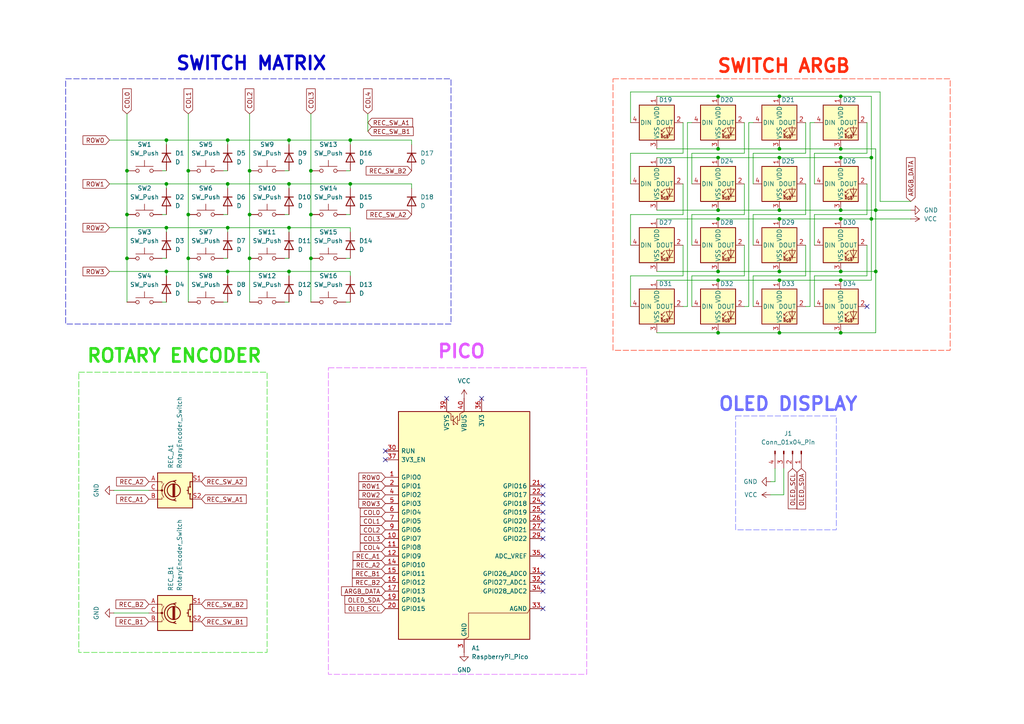
<source format=kicad_sch>
(kicad_sch (version 20250114) (generator "eeschema") (generator_version "9.0")
  (paper "A4")
  (lib_symbols
    (symbol "Connector:Conn_01x04_Pin" (pin_names (offset 1.016) (hide yes))
      (property "Reference" "J" (at 0 5.08 0))
      (property "Value" "Conn_01x04_Pin" (at 0 -7.62 0))
      (symbol "Conn_01x04_Pin_1_1"
        (rectangle (start 0.8636 2.667) (end 0 2.413) (stroke (width 0.1524)) (fill (type outline)))
        (rectangle (start 0.8636 0.127) (end 0 -0.127) (stroke (width 0.1524)) (fill (type outline)))
        (rectangle (start 0.8636 -2.413) (end 0 -2.667) (stroke (width 0.1524)) (fill (type outline)))
        (rectangle (start 0.8636 -4.953) (end 0 -5.207) (stroke (width 0.1524)) (fill (type outline)))
        (polyline (pts (xy 1.27 2.54) (xy 0.8636 2.54)) (stroke (width 0.1524)))
        (polyline (pts (xy 1.27 0) (xy 0.8636 0)) (stroke (width 0.1524)))
        (polyline (pts (xy 1.27 -2.54) (xy 0.8636 -2.54)) (stroke (width 0.1524)))
        (polyline (pts (xy 1.27 -5.08) (xy 0.8636 -5.08)) (stroke (width 0.1524)))
        (pin passive line (at 5.08 2.54 180) (length 3.81) (name "Pin_1") (number "1"))
        (pin passive line (at 5.08 0 180) (length 3.81) (name "Pin_2") (number "2"))
        (pin passive line (at 5.08 -2.54 180) (length 3.81) (name "Pin_3") (number "3"))
        (pin passive line (at 5.08 -5.08 180) (length 3.81) (name "Pin_4") (number "4"))
      )
    )
    (symbol "Device:D" (pin_numbers (hide yes)) (pin_names (offset 1.016) (hide yes))
      (property "Reference" "D" (at 0 2.54 0))
      (property "Value" "D" (at 0 -2.54 0))
      (symbol "D_0_1"
        (polyline (pts (xy -1.27 1.27) (xy -1.27 -1.27)) (stroke (width 0.254)))
        (polyline (pts (xy 1.27 1.27) (xy 1.27 -1.27) (xy -1.27 0) (xy 1.27 1.27)) (stroke (width 0.254)))
        (polyline (pts (xy 1.27 0) (xy -1.27 0)))
      )
      (symbol "D_1_1"
        (pin passive line (at -3.81 0 0) (length 2.54) (name "K") (number "1"))
        (pin passive line (at 3.81 0 180) (length 2.54) (name "A") (number "2"))
      )
    )
    (symbol "Device:RotaryEncoder_Switch" (pin_names (offset 0.254) (hide yes))
      (property "Reference" "SW" (at 0 6.604 0))
      (property "Value" "RotaryEncoder_Switch" (at 0 -6.604 0))
      (symbol "RotaryEncoder_Switch_0_1"
        (rectangle (start -5.08 5.08) (end 5.08 -5.08) (stroke (width 0.254)) (fill (type background)))
        (polyline (pts (xy -5.08 2.54) (xy -3.81 2.54) (xy -3.81 2.032)))
        (polyline (pts (xy -5.08 0) (xy -3.81 0) (xy -3.81 -1.016) (xy -3.302 -2.032)))
        (polyline (pts (xy -5.08 -2.54) (xy -3.81 -2.54) (xy -3.81 -2.032)))
        (polyline (pts (xy -4.318 0) (xy -3.81 0) (xy -3.81 1.016) (xy -3.302 2.032)))
        (circle (center -3.81 0) (radius 0.254) (fill (type outline)))
        (polyline (pts (xy -0.635 -1.778) (xy -0.635 1.778)) (stroke (width 0.254)))
        (circle (center -0.381 0) (radius 1.905) (stroke (width 0.254)))
        (polyline (pts (xy -0.381 -1.778) (xy -0.381 1.778)) (stroke (width 0.254)))
        (arc (start -0.381 -2.794) (mid -3.0988 -0.0635) (end -0.381 2.667) (stroke (width 0.254)))
        (polyline (pts (xy -0.127 1.778) (xy -0.127 -1.778)) (stroke (width 0.254)))
        (polyline (pts (xy 0.254 2.921) (xy -0.508 2.667) (xy 0.127 2.286)) (stroke (width 0.254)))
        (polyline (pts (xy 0.254 -3.048) (xy -0.508 -2.794) (xy 0.127 -2.413)) (stroke (width 0.254)))
        (polyline (pts (xy 3.81 1.016) (xy 3.81 -1.016)) (stroke (width 0.254)))
        (polyline (pts (xy 3.81 0) (xy 3.429 0)) (stroke (width 0.254)))
        (circle (center 4.318 1.016) (radius 0.127) (stroke (width 0.254)))
        (circle (center 4.318 -1.016) (radius 0.127) (stroke (width 0.254)))
        (polyline (pts (xy 5.08 2.54) (xy 4.318 2.54) (xy 4.318 1.016)) (stroke (width 0.254)))
        (polyline (pts (xy 5.08 -2.54) (xy 4.318 -2.54) (xy 4.318 -1.016)) (stroke (width 0.254)))
      )
      (symbol "RotaryEncoder_Switch_1_1"
        (pin passive line (at -7.62 2.54 0) (length 2.54) (name "A") (number "A"))
        (pin passive line (at -7.62 0 0) (length 2.54) (name "C") (number "C"))
        (pin passive line (at -7.62 -2.54 0) (length 2.54) (name "B") (number "B"))
        (pin passive line (at 7.62 2.54 180) (length 2.54) (name "S1") (number "S1"))
        (pin passive line (at 7.62 -2.54 180) (length 2.54) (name "S2") (number "S2"))
      )
    )
    (symbol "MCU_Module:RaspberryPi_Pico" (pin_names (offset 0.762))
      (property "Reference" "A" (at -19.05 35.56 0))
      (property "Value" "RaspberryPi_Pico" (at 7.62 35.56 0))
      (symbol "RaspberryPi_Pico_0_1"
        (rectangle (start -19.05 34.29) (end 19.05 -31.75) (stroke (width 0.254)) (fill (type background)))
        (polyline (pts (xy -5.08 34.29) (xy -3.81 33.655) (xy -3.81 31.75) (xy -3.175 31.75)))
        (polyline (pts (xy -3.429 32.766) (xy -3.429 33.02) (xy -3.175 33.02) (xy -3.175 30.48) (xy -2.921 30.48) (xy -2.921 30.734)))
        (polyline (pts (xy -3.175 31.75) (xy -1.905 33.02) (xy -1.905 30.48) (xy -3.175 31.75)))
        (polyline (pts (xy 0 34.29) (xy -1.27 33.655) (xy -1.27 31.75) (xy -1.905 31.75)))
        (polyline (pts (xy 0 -31.75) (xy 1.27 -31.115) (xy 1.27 -24.13) (xy 18.415 -24.13) (xy 19.05 -22.86)))
      )
      (symbol "RaspberryPi_Pico_1_1"
        (pin passive line (at -22.86 22.86 0) (length 3.81) (name "RUN") (number "30"))
        (pin passive line (at -22.86 20.32 0) (length 3.81) (name "3V3_EN") (number "37"))
        (pin bidirectional line (at -22.86 15.24 0) (length 3.81) (name "GPIO0") (number "1"))
        (pin bidirectional line (at -22.86 12.7 0) (length 3.81) (name "GPIO1") (number "2"))
        (pin bidirectional line (at -22.86 10.16 0) (length 3.81) (name "GPIO2") (number "4"))
        (pin bidirectional line (at -22.86 7.62 0) (length 3.81) (name "GPIO3") (number "5"))
        (pin bidirectional line (at -22.86 5.08 0) (length 3.81) (name "GPIO4") (number "6"))
        (pin bidirectional line (at -22.86 2.54 0) (length 3.81) (name "GPIO5") (number "7"))
        (pin bidirectional line (at -22.86 0 0) (length 3.81) (name "GPIO6") (number "9"))
        (pin bidirectional line (at -22.86 -2.54 0) (length 3.81) (name "GPIO7") (number "10"))
        (pin bidirectional line (at -22.86 -5.08 0) (length 3.81) (name "GPIO8") (number "11"))
        (pin bidirectional line (at -22.86 -7.62 0) (length 3.81) (name "GPIO9") (number "12"))
        (pin bidirectional line (at -22.86 -10.16 0) (length 3.81) (name "GPIO10") (number "14"))
        (pin bidirectional line (at -22.86 -12.7 0) (length 3.81) (name "GPIO11") (number "15"))
        (pin bidirectional line (at -22.86 -15.24 0) (length 3.81) (name "GPIO12") (number "16"))
        (pin bidirectional line (at -22.86 -17.78 0) (length 3.81) (name "GPIO13") (number "17"))
        (pin bidirectional line (at -22.86 -20.32 0) (length 3.81) (name "GPIO14") (number "19"))
        (pin bidirectional line (at -22.86 -22.86 0) (length 3.81) (name "GPIO15") (number "20"))
        (pin power_in line (at -5.08 38.1 270) (length 3.81) (name "VSYS") (number "39"))
        (pin power_out line (at 0 38.1 270) (length 3.81) (name "VBUS") (number "40"))
        (pin passive line (at 0 -35.56 90) (length 3.81) (hide yes) (name "GND") (number "13"))
        (pin passive line (at 0 -35.56 90) (length 3.81) (hide yes) (name "GND") (number "18"))
        (pin passive line (at 0 -35.56 90) (length 3.81) (hide yes) (name "GND") (number "23"))
        (pin passive line (at 0 -35.56 90) (length 3.81) (hide yes) (name "GND") (number "28"))
        (pin power_out line (at 0 -35.56 90) (length 3.81) (name "GND") (number "3"))
        (pin passive line (at 0 -35.56 90) (length 3.81) (hide yes) (name "GND") (number "38"))
        (pin passive line (at 0 -35.56 90) (length 3.81) (hide yes) (name "GND") (number "8"))
        (pin power_out line (at 5.08 38.1 270) (length 3.81) (name "3V3") (number "36"))
        (pin bidirectional line (at 22.86 12.7 180) (length 3.81) (name "GPIO16") (number "21"))
        (pin bidirectional line (at 22.86 10.16 180) (length 3.81) (name "GPIO17") (number "22"))
        (pin bidirectional line (at 22.86 7.62 180) (length 3.81) (name "GPIO18") (number "24"))
        (pin bidirectional line (at 22.86 5.08 180) (length 3.81) (name "GPIO19") (number "25"))
        (pin bidirectional line (at 22.86 2.54 180) (length 3.81) (name "GPIO20") (number "26"))
        (pin bidirectional line (at 22.86 0 180) (length 3.81) (name "GPIO21") (number "27"))
        (pin bidirectional line (at 22.86 -2.54 180) (length 3.81) (name "GPIO22") (number "29"))
        (pin power_in line (at 22.86 -7.62 180) (length 3.81) (name "ADC_VREF") (number "35"))
        (pin bidirectional line (at 22.86 -12.7 180) (length 3.81) (name "GPIO26_ADC0") (number "31"))
        (pin bidirectional line (at 22.86 -15.24 180) (length 3.81) (name "GPIO27_ADC1") (number "32"))
        (pin bidirectional line (at 22.86 -17.78 180) (length 3.81) (name "GPIO28_ADC2") (number "34"))
        (pin power_out line (at 22.86 -22.86 180) (length 3.81) (name "AGND") (number "33"))
      )
    )
    (symbol "SK6812MINI-E:SK6812MINI-E" (pin_names (offset 0.254))
      (property "Reference" "D" (at -3.556 5.842 0))
      (property "Value" "SK6812MINI-E" (at 1.27 -5.715 0))
      (symbol "SK6812MINI-E_0_0"
        (text "RGB" (at 2.286 -4.191 0) (effects (font (size 0.762 0.762))))
      )
      (symbol "SK6812MINI-E_0_1"
        (rectangle (start -5.08 5.08) (end 5.08 -5.08) (stroke (width 0.254)) (fill (type background)))
        (polyline (pts (xy 1.27 -2.54) (xy 1.778 -2.54)))
        (polyline (pts (xy 1.27 -3.556) (xy 1.778 -3.556)))
        (polyline (pts (xy 2.286 -1.524) (xy 1.27 -2.54) (xy 1.27 -2.032)))
        (polyline (pts (xy 2.286 -2.54) (xy 1.27 -3.556) (xy 1.27 -3.048)))
        (polyline (pts (xy 3.683 -1.016) (xy 3.683 -3.556) (xy 3.683 -4.064)))
        (polyline (pts (xy 4.699 -1.524) (xy 2.667 -1.524) (xy 3.683 -3.556) (xy 4.699 -1.524)))
        (polyline (pts (xy 4.699 -3.556) (xy 2.667 -3.556)))
      )
      (symbol "SK6812MINI-E_1_1"
        (pin input line (at -7.62 0 0) (length 2.54) (name "DIN") (number "4"))
        (pin power_in line (at 0 7.62 270) (length 2.54) (name "VDD") (number "1"))
        (pin power_in line (at 0 -7.62 90) (length 2.54) (name "VSS") (number "3"))
        (pin output line (at 7.62 0 180) (length 2.54) (name "DOUT") (number "2"))
      )
    )
    (symbol "Switch:SW_Push" (pin_numbers (hide yes)) (pin_names (offset 1.016) (hide yes))
      (property "Reference" "SW" (at 1.27 2.54 0))
      (property "Value" "SW_Push" (at 0 -1.524 0))
      (symbol "SW_Push_0_1"
        (circle (center -2.032 0) (radius 0.508))
        (polyline (pts (xy 0 1.27) (xy 0 3.048)))
        (circle (center 2.032 0) (radius 0.508))
        (polyline (pts (xy 2.54 1.27) (xy -2.54 1.27)))
        (pin passive line (at -5.08 0 0) (length 2.54) (name "1") (number "1"))
        (pin passive line (at 5.08 0 180) (length 2.54) (name "2") (number "2"))
      )
    )
    (symbol "power:GND" (power) (pin_numbers (hide yes)) (pin_names (offset 0) (hide yes))
      (property "Value" "GND" (at 0 -3.81 0))
      (symbol "GND_0_1"
        (polyline (pts (xy 0 0) (xy 0 -1.27) (xy 1.27 -1.27) (xy 0 -2.54) (xy -1.27 -1.27) (xy 0 -1.27)))
      )
      (symbol "GND_1_1"
        (pin power_in line (at 0 0 270) (length 0) (name "~") (number "1"))
      )
    )
    (symbol "power:VCC" (power) (pin_numbers (hide yes)) (pin_names (offset 0) (hide yes))
      (property "Value" "VCC" (at 0 3.556 0))
      (symbol "VCC_0_1"
        (polyline (pts (xy -0.762 1.27) (xy 0 2.54)))
        (polyline (pts (xy 0 2.54) (xy 0.762 1.27)))
        (polyline (pts (xy 0 0) (xy 0 2.54)))
      )
      (symbol "VCC_1_1"
        (pin power_in line (at 0 0 90) (length 0) (name "~") (number "1"))
      )
    )
  )
  (rectangle (start 22.86 107.95) (end 77.47 189.23) (stroke (width 0) (type dash) (color 45 217 26 1)))
  (rectangle (start 213.36 120.65) (end 242.57 153.67) (stroke (width 0) (type dash) (color 105 106 255 1)))
  (rectangle (start 177.8 22.86) (end 275.59 101.6) (stroke (width 0) (type dash) (color 255 40 10 1)))
  (rectangle (start 19.05 22.86) (end 130.81 93.98) (stroke (width 0) (type dash)))
  (rectangle (start 95.25 106.68) (end 170.18 195.58) (stroke (width 0) (type dash) (color 220 84 255 1)))
  (text "ROTARY ENCODER" (at 50.546 103.378 0) (effects (font (size 3.81 3.81) (thickness 0.762) (bold yes))))
  (text "SWITCH ARGB" (at 227.33 19.304 0) (effects (font (size 3.81 3.81) (thickness 0.762) (bold yes))))
  (text "OLED DISPLAY" (at 228.6 117.348 0) (effects (font (size 3.81 3.81) (thickness 0.762) (bold yes))))
  (text "PICO" (at 133.858 102.108 0) (effects (font (size 3.81 3.81) (thickness 0.762) (bold yes))))
  (text "SWITCH MATRIX" (at 72.898 18.542 0) (effects (font (size 3.81 3.81) (thickness 0.762) (bold yes))))
  (junction (at 90.17 62.23))
  (junction (at 243.84 63.5))
  (junction (at 48.26 40.64))
  (junction (at 208.28 43.18))
  (junction (at 66.04 53.34))
  (junction (at 226.06 45.72))
  (junction (at 243.84 96.52))
  (junction (at 226.06 78.74))
  (junction (at 226.06 81.28))
  (junction (at 66.04 66.04))
  (junction (at 83.82 53.34))
  (junction (at 54.61 74.93))
  (junction (at 83.82 78.74))
  (junction (at 36.83 49.53))
  (junction (at 243.84 45.72))
  (junction (at 101.6 53.34))
  (junction (at 226.06 63.5))
  (junction (at 208.28 63.5))
  (junction (at 54.61 49.53))
  (junction (at 48.26 78.74))
  (junction (at 72.39 49.53))
  (junction (at 66.04 40.64))
  (junction (at 243.84 60.96))
  (junction (at 54.61 62.23))
  (junction (at 208.28 96.52))
  (junction (at 48.26 66.04))
  (junction (at 36.83 74.93))
  (junction (at 226.06 43.18))
  (junction (at 208.28 45.72))
  (junction (at 208.28 81.28))
  (junction (at 226.06 27.94))
  (junction (at 90.17 74.93))
  (junction (at 36.83 62.23))
  (junction (at 72.39 74.93))
  (junction (at 243.84 27.94))
  (junction (at 254 78.74))
  (junction (at 66.04 78.74))
  (junction (at 83.82 66.04))
  (junction (at 83.82 40.64))
  (junction (at 208.28 78.74))
  (junction (at 252.73 63.5))
  (junction (at 254 60.96))
  (junction (at 208.28 60.96))
  (junction (at 243.84 78.74))
  (junction (at 72.39 62.23))
  (junction (at 243.84 43.18))
  (junction (at 226.06 96.52))
  (junction (at 226.06 60.96))
  (junction (at 252.73 45.72))
  (junction (at 90.17 49.53))
  (junction (at 101.6 40.64))
  (junction (at 48.26 53.34))
  (junction (at 208.28 27.94))
  (junction (at 243.84 81.28))
  (no_connect (at 157.48 140.97))
  (no_connect (at 157.48 176.53))
  (no_connect (at 139.7 115.57))
  (no_connect (at 129.54 115.57))
  (no_connect (at 157.48 151.13))
  (no_connect (at 111.76 130.81))
  (no_connect (at 157.48 168.91))
  (no_connect (at 111.76 133.35))
  (no_connect (at 157.48 161.29))
  (no_connect (at 157.48 146.05))
  (no_connect (at 157.48 166.37))
  (no_connect (at 157.48 148.59))
  (no_connect (at 157.48 153.67))
  (no_connect (at 157.48 156.21))
  (no_connect (at 157.48 143.51))
  (no_connect (at 251.46 88.9))
  (no_connect (at 157.48 171.45))
  (wire (pts (xy 33.02 177.8) (xy 43.18 177.8)))
  (wire (pts (xy 101.6 87.63) (xy 100.33 87.63)))
  (wire (pts (xy 243.84 81.28) (xy 252.73 81.28)))
  (wire (pts (xy 90.17 62.23) (xy 90.17 74.93)))
  (wire (pts (xy 48.26 66.04) (xy 66.04 66.04)))
  (wire (pts (xy 31.75 78.74) (xy 48.26 78.74)))
  (wire (pts (xy 83.82 74.93) (xy 82.55 74.93)))
  (wire (pts (xy 252.73 27.94) (xy 243.84 27.94)))
  (wire (pts (xy 208.28 45.72) (xy 226.06 45.72)))
  (wire (pts (xy 224.79 139.7) (xy 224.79 135.89)))
  (wire (pts (xy 227.33 143.51) (xy 223.52 143.51)))
  (wire (pts (xy 215.9 44.45) (xy 200.66 44.45)))
  (wire (pts (xy 198.12 53.34) (xy 198.12 62.23)))
  (wire (pts (xy 208.28 60.96) (xy 226.06 60.96)))
  (wire (pts (xy 101.6 74.93) (xy 100.33 74.93)))
  (wire (pts (xy 233.68 62.23) (xy 218.44 62.23)))
  (wire (pts (xy 36.83 33.02) (xy 36.83 49.53)))
  (wire (pts (xy 182.88 62.23) (xy 182.88 71.12)))
  (wire (pts (xy 48.26 87.63) (xy 46.99 87.63)))
  (wire (pts (xy 66.04 49.53) (xy 64.77 49.53)))
  (wire (pts (xy 66.04 66.04) (xy 83.82 66.04)))
  (wire (pts (xy 54.61 33.02) (xy 54.61 49.53)))
  (wire (pts (xy 72.39 49.53) (xy 72.39 62.23)))
  (wire (pts (xy 101.6 54.61) (xy 101.6 53.34)))
  (wire (pts (xy 48.26 40.64) (xy 48.26 41.91)))
  (wire (pts (xy 198.12 80.01) (xy 182.88 80.01)))
  (wire (pts (xy 31.75 66.04) (xy 48.26 66.04)))
  (wire (pts (xy 36.83 62.23) (xy 36.83 74.93)))
  (wire (pts (xy 54.61 49.53) (xy 54.61 62.23)))
  (wire (pts (xy 66.04 74.93) (xy 64.77 74.93)))
  (wire (pts (xy 218.44 53.34) (xy 218.44 44.45)))
  (wire (pts (xy 66.04 40.64) (xy 66.04 41.91)))
  (wire (pts (xy 200.66 44.45) (xy 200.66 53.34)))
  (wire (pts (xy 182.88 44.45) (xy 182.88 53.34)))
  (wire (pts (xy 83.82 53.34) (xy 66.04 53.34)))
  (wire (pts (xy 200.66 62.23) (xy 200.66 71.12)))
  (wire (pts (xy 233.68 44.45) (xy 233.68 35.56)))
  (wire (pts (xy 101.6 80.01) (xy 101.6 78.74)))
  (wire (pts (xy 198.12 62.23) (xy 182.88 62.23)))
  (wire (pts (xy 83.82 78.74) (xy 83.82 80.01)))
  (wire (pts (xy 218.44 35.56) (xy 217.17 35.56)))
  (wire (pts (xy 252.73 45.72) (xy 252.73 27.94)))
  (wire (pts (xy 233.68 88.9) (xy 234.95 88.9)))
  (wire (pts (xy 48.26 74.93) (xy 46.99 74.93)))
  (wire (pts (xy 83.82 62.23) (xy 82.55 62.23)))
  (wire (pts (xy 48.26 40.64) (xy 66.04 40.64)))
  (wire (pts (xy 31.75 53.34) (xy 48.26 53.34)))
  (wire (pts (xy 236.22 80.01) (xy 251.46 80.01)))
  (wire (pts (xy 36.83 74.93) (xy 36.83 87.63)))
  (wire (pts (xy 106.68 33.02) (xy 106.68 38.1)))
  (wire (pts (xy 254 60.96) (xy 264.16 60.96)))
  (wire (pts (xy 236.22 71.12) (xy 236.22 62.23)))
  (wire (pts (xy 190.5 43.18) (xy 208.28 43.18)))
  (wire (pts (xy 218.44 62.23) (xy 218.44 71.12)))
  (wire (pts (xy 227.33 143.51) (xy 227.33 135.89)))
  (wire (pts (xy 72.39 33.02) (xy 72.39 49.53)))
  (wire (pts (xy 101.6 40.64) (xy 119.38 40.64)))
  (wire (pts (xy 182.88 26.67) (xy 182.88 35.56)))
  (wire (pts (xy 264.16 58.42) (xy 255.27 58.42)))
  (wire (pts (xy 255.27 26.67) (xy 182.88 26.67)))
  (wire (pts (xy 101.6 66.04) (xy 101.6 67.31)))
  (wire (pts (xy 234.95 35.56) (xy 236.22 35.56)))
  (wire (pts (xy 226.06 60.96) (xy 243.84 60.96)))
  (wire (pts (xy 72.39 62.23) (xy 72.39 74.93)))
  (wire (pts (xy 254 60.96) (xy 254 78.74)))
  (wire (pts (xy 208.28 63.5) (xy 226.06 63.5)))
  (wire (pts (xy 199.39 35.56) (xy 200.66 35.56)))
  (wire (pts (xy 101.6 53.34) (xy 83.82 53.34)))
  (wire (pts (xy 215.9 35.56) (xy 215.9 44.45)))
  (wire (pts (xy 226.06 45.72) (xy 243.84 45.72)))
  (wire (pts (xy 234.95 88.9) (xy 234.95 35.56)))
  (wire (pts (xy 236.22 62.23) (xy 251.46 62.23)))
  (wire (pts (xy 226.06 96.52) (xy 208.28 96.52)))
  (wire (pts (xy 226.06 81.28) (xy 243.84 81.28)))
  (wire (pts (xy 66.04 78.74) (xy 66.04 80.01)))
  (wire (pts (xy 208.28 27.94) (xy 226.06 27.94)))
  (wire (pts (xy 101.6 53.34) (xy 119.38 53.34)))
  (wire (pts (xy 101.6 40.64) (xy 101.6 41.91)))
  (wire (pts (xy 243.84 78.74) (xy 254 78.74)))
  (wire (pts (xy 48.26 53.34) (xy 48.26 54.61)))
  (wire (pts (xy 190.5 81.28) (xy 208.28 81.28)))
  (wire (pts (xy 190.5 63.5) (xy 208.28 63.5)))
  (wire (pts (xy 243.84 60.96) (xy 254 60.96)))
  (wire (pts (xy 36.83 49.53) (xy 36.83 62.23)))
  (wire (pts (xy 198.12 88.9) (xy 199.39 88.9)))
  (wire (pts (xy 208.28 96.52) (xy 190.5 96.52)))
  (wire (pts (xy 33.02 142.24) (xy 43.18 142.24)))
  (wire (pts (xy 83.82 87.63) (xy 82.55 87.63)))
  (wire (pts (xy 233.68 71.12) (xy 233.68 80.01)))
  (wire (pts (xy 236.22 44.45) (xy 251.46 44.45)))
  (wire (pts (xy 251.46 35.56) (xy 251.46 44.45)))
  (wire (pts (xy 198.12 44.45) (xy 182.88 44.45)))
  (wire (pts (xy 90.17 33.02) (xy 90.17 49.53)))
  (wire (pts (xy 215.9 53.34) (xy 215.9 62.23)))
  (wire (pts (xy 83.82 66.04) (xy 101.6 66.04)))
  (wire (pts (xy 83.82 40.64) (xy 83.82 41.91)))
  (wire (pts (xy 190.5 78.74) (xy 208.28 78.74)))
  (wire (pts (xy 254 78.74) (xy 254 96.52)))
  (wire (pts (xy 48.26 67.31) (xy 48.26 66.04)))
  (wire (pts (xy 254 96.52) (xy 243.84 96.52)))
  (wire (pts (xy 83.82 40.64) (xy 101.6 40.64)))
  (wire (pts (xy 83.82 78.74) (xy 66.04 78.74)))
  (wire (pts (xy 66.04 53.34) (xy 66.04 54.61)))
  (wire (pts (xy 226.06 63.5) (xy 243.84 63.5)))
  (wire (pts (xy 215.9 62.23) (xy 200.66 62.23)))
  (wire (pts (xy 190.5 60.96) (xy 208.28 60.96)))
  (wire (pts (xy 48.26 80.01) (xy 48.26 78.74)))
  (wire (pts (xy 251.46 53.34) (xy 251.46 62.23)))
  (wire (pts (xy 48.26 49.53) (xy 46.99 49.53)))
  (wire (pts (xy 215.9 80.01) (xy 200.66 80.01)))
  (wire (pts (xy 66.04 53.34) (xy 48.26 53.34)))
  (wire (pts (xy 199.39 88.9) (xy 199.39 35.56)))
  (wire (pts (xy 233.68 80.01) (xy 218.44 80.01)))
  (wire (pts (xy 223.52 139.7) (xy 224.79 139.7)))
  (wire (pts (xy 119.38 54.61) (xy 119.38 53.34)))
  (wire (pts (xy 215.9 88.9) (xy 217.17 88.9)))
  (wire (pts (xy 198.12 35.56) (xy 198.12 44.45)))
  (wire (pts (xy 215.9 71.12) (xy 215.9 80.01)))
  (wire (pts (xy 208.28 78.74) (xy 226.06 78.74)))
  (wire (pts (xy 236.22 53.34) (xy 236.22 44.45)))
  (wire (pts (xy 90.17 74.93) (xy 90.17 87.63)))
  (wire (pts (xy 226.06 27.94) (xy 243.84 27.94)))
  (wire (pts (xy 31.75 40.64) (xy 48.26 40.64)))
  (wire (pts (xy 66.04 40.64) (xy 83.82 40.64)))
  (wire (pts (xy 243.84 45.72) (xy 252.73 45.72)))
  (wire (pts (xy 198.12 71.12) (xy 198.12 80.01)))
  (wire (pts (xy 254 43.18) (xy 254 60.96)))
  (wire (pts (xy 119.38 41.91) (xy 119.38 40.64)))
  (wire (pts (xy 218.44 44.45) (xy 233.68 44.45)))
  (wire (pts (xy 190.5 27.94) (xy 208.28 27.94)))
  (wire (pts (xy 83.82 49.53) (xy 82.55 49.53)))
  (wire (pts (xy 226.06 43.18) (xy 243.84 43.18)))
  (wire (pts (xy 72.39 74.93) (xy 72.39 87.63)))
  (wire (pts (xy 66.04 87.63) (xy 64.77 87.63)))
  (wire (pts (xy 252.73 63.5) (xy 252.73 81.28)))
  (wire (pts (xy 66.04 78.74) (xy 48.26 78.74)))
  (wire (pts (xy 218.44 80.01) (xy 218.44 88.9)))
  (wire (pts (xy 66.04 62.23) (xy 64.77 62.23)))
  (wire (pts (xy 83.82 53.34) (xy 83.82 54.61)))
  (wire (pts (xy 252.73 63.5) (xy 264.16 63.5)))
  (wire (pts (xy 208.28 81.28) (xy 226.06 81.28)))
  (wire (pts (xy 54.61 74.93) (xy 54.61 87.63)))
  (wire (pts (xy 255.27 58.42) (xy 255.27 26.67)))
  (wire (pts (xy 54.61 62.23) (xy 54.61 74.93)))
  (wire (pts (xy 243.84 43.18) (xy 254 43.18)))
  (wire (pts (xy 226.06 78.74) (xy 243.84 78.74)))
  (wire (pts (xy 182.88 80.01) (xy 182.88 88.9)))
  (wire (pts (xy 190.5 45.72) (xy 208.28 45.72)))
  (wire (pts (xy 236.22 88.9) (xy 236.22 80.01)))
  (wire (pts (xy 200.66 80.01) (xy 200.66 88.9)))
  (wire (pts (xy 233.68 53.34) (xy 233.68 62.23)))
  (wire (pts (xy 48.26 62.23) (xy 46.99 62.23)))
  (wire (pts (xy 243.84 96.52) (xy 226.06 96.52)))
  (wire (pts (xy 243.84 63.5) (xy 252.73 63.5)))
  (wire (pts (xy 251.46 80.01) (xy 251.46 71.12)))
  (wire (pts (xy 83.82 66.04) (xy 83.82 67.31)))
  (wire (pts (xy 217.17 35.56) (xy 217.17 88.9)))
  (wire (pts (xy 66.04 66.04) (xy 66.04 67.31)))
  (wire (pts (xy 252.73 45.72) (xy 252.73 63.5)))
  (wire (pts (xy 208.28 43.18) (xy 226.06 43.18)))
  (wire (pts (xy 101.6 78.74) (xy 83.82 78.74)))
  (wire (pts (xy 90.17 49.53) (xy 90.17 62.23)))
  (wire (pts (xy 101.6 49.53) (xy 100.33 49.53)))
  (wire (pts (xy 101.6 62.23) (xy 100.33 62.23)))
  (global_label "ROW1" (shape input) (at 31.75 53.34 180) (property "Intersheetrefs" "${INTERSHEET_REFS}" (effects (hide yes))))
  (global_label "COL4" (shape input) (at 106.68 33.02 90) (property "Intersheetrefs" "${INTERSHEET_REFS}" (effects (hide yes))))
  (global_label "OLED_SDA" (shape input) (at 111.76 173.99 180) (property "Intersheetrefs" "${INTERSHEET_REFS}" (effects (hide yes))))
  (global_label "COL3" (shape input) (at 90.17 33.02 90) (property "Intersheetrefs" "${INTERSHEET_REFS}" (effects (hide yes))))
  (global_label "REC_SW_A2" (shape input) (at 58.42 139.7 0) (property "Intersheetrefs" "${INTERSHEET_REFS}" (effects (hide yes))))
  (global_label "COL2" (shape input) (at 111.76 153.67 180) (property "Intersheetrefs" "${INTERSHEET_REFS}" (effects (hide yes))))
  (global_label "REC_SW_B2" (shape input) (at 119.38 49.53 180) (property "Intersheetrefs" "${INTERSHEET_REFS}" (effects (hide yes))))
  (global_label "REC_SW_A1" (shape input) (at 106.68 35.56 0) (property "Intersheetrefs" "${INTERSHEET_REFS}" (effects (hide yes))))
  (global_label "REC_B1" (shape input) (at 111.76 166.37 180) (property "Intersheetrefs" "${INTERSHEET_REFS}" (effects (hide yes))))
  (global_label "REC_SW_A2" (shape input) (at 119.38 62.23 180) (property "Intersheetrefs" "${INTERSHEET_REFS}" (effects (hide yes))))
  (global_label "ROW3" (shape input) (at 111.76 146.05 180) (property "Intersheetrefs" "${INTERSHEET_REFS}" (effects (hide yes))))
  (global_label "REC_SW_B1" (shape input) (at 58.42 180.34 0) (property "Intersheetrefs" "${INTERSHEET_REFS}" (effects (hide yes))))
  (global_label "REC_A2" (shape input) (at 43.18 139.7 180) (property "Intersheetrefs" "${INTERSHEET_REFS}" (effects (hide yes))))
  (global_label "REC_SW_B1" (shape input) (at 106.68 38.1 0) (property "Intersheetrefs" "${INTERSHEET_REFS}" (effects (hide yes))))
  (global_label "REC_A1" (shape input) (at 43.18 144.78 180) (property "Intersheetrefs" "${INTERSHEET_REFS}" (effects (hide yes))))
  (global_label "ROW2" (shape input) (at 31.75 66.04 180) (property "Intersheetrefs" "${INTERSHEET_REFS}" (effects (hide yes))))
  (global_label "REC_A1" (shape input) (at 111.76 161.29 180) (property "Intersheetrefs" "${INTERSHEET_REFS}" (effects (hide yes))))
  (global_label "COL1" (shape input) (at 111.76 151.13 180) (property "Intersheetrefs" "${INTERSHEET_REFS}" (effects (hide yes))))
  (global_label "REC_SW_A1" (shape input) (at 58.42 144.78 0) (property "Intersheetrefs" "${INTERSHEET_REFS}" (effects (hide yes))))
  (global_label "OLED_SDA" (shape input) (at 232.41 135.89 270) (property "Intersheetrefs" "${INTERSHEET_REFS}" (effects (hide yes))))
  (global_label "REC_B2" (shape input) (at 111.76 168.91 180) (property "Intersheetrefs" "${INTERSHEET_REFS}" (effects (hide yes))))
  (global_label "ROW2" (shape input) (at 111.76 143.51 180) (property "Intersheetrefs" "${INTERSHEET_REFS}" (effects (hide yes))))
  (global_label "ROW1" (shape input) (at 111.76 140.97 180) (property "Intersheetrefs" "${INTERSHEET_REFS}" (effects (hide yes))))
  (global_label "ARGB_DATA" (shape input) (at 111.76 171.45 180) (effects (font (thickness 0.1588))) (property "Intersheetrefs" "${INTERSHEET_REFS}" (effects (hide yes))))
  (global_label "COL2" (shape input) (at 72.39 33.02 90) (property "Intersheetrefs" "${INTERSHEET_REFS}" (effects (hide yes))))
  (global_label "ROW3" (shape input) (at 31.75 78.74 180) (property "Intersheetrefs" "${INTERSHEET_REFS}" (effects (hide yes))))
  (global_label "REC_SW_B2" (shape input) (at 58.42 175.26 0) (property "Intersheetrefs" "${INTERSHEET_REFS}" (effects (hide yes))))
  (global_label "ROW0" (shape input) (at 111.76 138.43 180) (property "Intersheetrefs" "${INTERSHEET_REFS}" (effects (hide yes))))
  (global_label "COL0" (shape input) (at 36.83 33.02 90) (property "Intersheetrefs" "${INTERSHEET_REFS}" (effects (hide yes))))
  (global_label "ROW0" (shape input) (at 31.75 40.64 180) (property "Intersheetrefs" "${INTERSHEET_REFS}" (effects (hide yes))))
  (global_label "REC_B1" (shape input) (at 43.18 180.34 180) (property "Intersheetrefs" "${INTERSHEET_REFS}" (effects (hide yes))))
  (global_label "COL3" (shape input) (at 111.76 156.21 180) (property "Intersheetrefs" "${INTERSHEET_REFS}" (effects (hide yes))))
  (global_label "OLED_SCL" (shape input) (at 111.76 176.53 180) (property "Intersheetrefs" "${INTERSHEET_REFS}" (effects (hide yes))))
  (global_label "COL4" (shape input) (at 111.76 158.75 180) (property "Intersheetrefs" "${INTERSHEET_REFS}" (effects (hide yes))))
  (global_label "COL1" (shape input) (at 54.61 33.02 90) (property "Intersheetrefs" "${INTERSHEET_REFS}" (effects (hide yes))))
  (global_label "REC_A2" (shape input) (at 111.76 163.83 180) (property "Intersheetrefs" "${INTERSHEET_REFS}" (effects (hide yes))))
  (global_label "COL0" (shape input) (at 111.76 148.59 180) (property "Intersheetrefs" "${INTERSHEET_REFS}" (effects (hide yes))))
  (global_label "ARGB_DATA" (shape input) (at 264.16 58.42 90) (effects (font (thickness 0.1588))) (property "Intersheetrefs" "${INTERSHEET_REFS}" (effects (hide yes))))
  (global_label "REC_B2" (shape input) (at 43.18 175.26 180) (property "Intersheetrefs" "${INTERSHEET_REFS}" (effects (hide yes))))
  (global_label "OLED_SCL" (shape input) (at 229.87 135.89 270) (property "Intersheetrefs" "${INTERSHEET_REFS}" (effects (hide yes))))
  (symbol (lib_id "Device:D") (at 83.82 45.72 270) (unit 1)
    (property "Reference" "D9" (at 86.36 44.4499 90) (effects (justify left)))
    (property "Value" "D" (at 86.36 46.9899 90) (effects (justify left)))
    (property "Footprint" "Diode_THT:D_DO-35_SOD27_P7.62mm_Horizontal" (effects (hide yes)))
    (property "Description" "Diode" (effects (hide yes)))
    (property "Sim.Device" "D" (effects (hide yes)))
    (property "Sim.Pins" "1=K 2=A" (effects (hide yes)))
  )
  (symbol (lib_id "SK6812MINI-E:SK6812MINI-E") (at 226.06 35.56 0) (unit 1)
    (property "Reference" "D21" (at 228.6 28.956 0))
    (property "Value" "SK6812MINI-E" (effects (hide yes)))
    (property "Footprint" "HackPad:SK6812MINI-E_fixed" (effects (hide yes)))
    (property "Datasheet" "https://cdn-shop.adafruit.com/product-files/4960/4960_SK6812MINI-E_REV02_EN.pdf" (effects (hide yes)))
    (property "Description" "RGB LED with integrated controller" (effects (hide yes)))
  )
  (symbol (lib_id "Switch:SW_Push") (at 95.25 62.23 0) (unit 1)
    (property "Reference" "SW14" (at 95.25 54.61 0))
    (property "Value" "SW_Push" (at 95.25 57.15 0))
    (property "Footprint" "Button_Switch_Keyboard:SW_Cherry_MX_1.00u_PCB" (effects (hide yes)))
    (property "Description" "Push button switch, generic, two pins" (effects (hide yes)))
  )
  (symbol (lib_id "Device:D") (at 48.26 83.82 270) (unit 1)
    (property "Reference" "D4" (at 50.8 82.5499 90) (effects (justify left)))
    (property "Value" "D" (at 50.8 85.0899 90) (effects (justify left)))
    (property "Footprint" "Diode_THT:D_DO-35_SOD27_P7.62mm_Horizontal" (effects (hide yes)))
    (property "Description" "Diode" (effects (hide yes)))
    (property "Sim.Device" "D" (effects (hide yes)))
    (property "Sim.Pins" "1=K 2=A" (effects (hide yes)))
  )
  (symbol (lib_id "SK6812MINI-E:SK6812MINI-E") (at 243.84 88.9 0) (unit 1)
    (property "Reference" "D34" (at 246.38 82.296 0))
    (property "Value" "SK6812MINI-E" (effects (hide yes)))
    (property "Footprint" "HackPad:SK6812MINI-E_fixed" (effects (hide yes)))
    (property "Datasheet" "https://cdn-shop.adafruit.com/product-files/4960/4960_SK6812MINI-E_REV02_EN.pdf" (effects (hide yes)))
    (property "Description" "RGB LED with integrated controller" (effects (hide yes)))
  )
  (symbol (lib_id "SK6812MINI-E:SK6812MINI-E") (at 190.5 35.56 0) (unit 1)
    (property "Reference" "D19" (at 193.04 28.956 0))
    (property "Value" "SK6812MINI-E" (effects (hide yes)))
    (property "Footprint" "HackPad:SK6812MINI-E_fixed" (effects (hide yes)))
    (property "Datasheet" "https://cdn-shop.adafruit.com/product-files/4960/4960_SK6812MINI-E_REV02_EN.pdf" (effects (hide yes)))
    (property "Description" "RGB LED with integrated controller" (effects (hide yes)))
  )
  (symbol (lib_id "SK6812MINI-E:SK6812MINI-E") (at 208.28 88.9 0) (unit 1)
    (property "Reference" "D32" (at 210.82 82.296 0))
    (property "Value" "SK6812MINI-E" (effects (hide yes)))
    (property "Footprint" "HackPad:SK6812MINI-E_fixed" (effects (hide yes)))
    (property "Datasheet" "https://cdn-shop.adafruit.com/product-files/4960/4960_SK6812MINI-E_REV02_EN.pdf" (effects (hide yes)))
    (property "Description" "RGB LED with integrated controller" (effects (hide yes)))
  )
  (symbol (lib_id "power:VCC") (at 264.16 63.5 270) (unit 1)
    (property "Reference" "#PWR06" (effects (hide yes)))
    (property "Value" "VCC" (at 267.97 63.4999 90) (effects (justify left)))
    (property "Description" "Power symbol creates a global label with name \"VCC\"" (effects (hide yes)))
  )
  (symbol (lib_id "SK6812MINI-E:SK6812MINI-E") (at 243.84 53.34 0) (unit 1)
    (property "Reference" "D26" (at 246.38 46.736 0))
    (property "Value" "SK6812MINI-E" (effects (hide yes)))
    (property "Footprint" "HackPad:SK6812MINI-E_fixed" (effects (hide yes)))
    (property "Datasheet" "https://cdn-shop.adafruit.com/product-files/4960/4960_SK6812MINI-E_REV02_EN.pdf" (effects (hide yes)))
    (property "Description" "RGB LED with integrated controller" (effects (hide yes)))
  )
  (symbol (lib_id "Device:RotaryEncoder_Switch") (at 50.8 142.24 0) (unit 1)
    (property "Reference" "REC_A1" (at 49.5299 135.89 90) (effects (justify left)))
    (property "Value" "RotaryEncoder_Switch" (at 52.0699 135.89 90) (effects (justify left)))
    (property "Footprint" "HackPad:RotaryEncoder_Alps_EC11E-Switch_Vertical_H20mm" (effects (hide yes)))
    (property "Description" "Rotary encoder, dual channel, incremental quadrate outputs, with switch" (effects (hide yes)))
  )
  (symbol (lib_id "Device:D") (at 83.82 83.82 270) (unit 1)
    (property "Reference" "D12" (at 86.36 82.5499 90) (effects (justify left)))
    (property "Value" "D" (at 86.36 85.0899 90) (effects (justify left)))
    (property "Footprint" "Diode_THT:D_DO-35_SOD27_P7.62mm_Horizontal" (effects (hide yes)))
    (property "Description" "Diode" (effects (hide yes)))
    (property "Sim.Device" "D" (effects (hide yes)))
    (property "Sim.Pins" "1=K 2=A" (effects (hide yes)))
  )
  (symbol (lib_id "Device:RotaryEncoder_Switch") (at 50.8 177.8 0) (unit 1)
    (property "Reference" "REC_B1" (at 49.5299 171.45 90) (effects (justify left)))
    (property "Value" "RotaryEncoder_Switch" (at 52.0699 171.45 90) (effects (justify left)))
    (property "Footprint" "HackPad:RotaryEncoder_Alps_EC11E-Switch_Vertical_H20mm" (effects (hide yes)))
    (property "Description" "Rotary encoder, dual channel, incremental quadrate outputs, with switch" (effects (hide yes)))
  )
  (symbol (lib_id "Switch:SW_Push") (at 95.25 74.93 0) (unit 1)
    (property "Reference" "SW15" (at 95.25 67.31 0))
    (property "Value" "SW_Push" (at 95.25 69.85 0))
    (property "Footprint" "Button_Switch_Keyboard:SW_Cherry_MX_1.00u_PCB" (effects (hide yes)))
    (property "Description" "Push button switch, generic, two pins" (effects (hide yes)))
  )
  (symbol (lib_id "Switch:SW_Push") (at 59.69 87.63 0) (unit 1)
    (property "Reference" "SW8" (at 59.69 80.01 0))
    (property "Value" "SW_Push" (at 59.69 82.55 0))
    (property "Footprint" "Button_Switch_Keyboard:SW_Cherry_MX_1.00u_PCB" (effects (hide yes)))
    (property "Description" "Push button switch, generic, two pins" (effects (hide yes)))
  )
  (symbol (lib_id "SK6812MINI-E:SK6812MINI-E") (at 190.5 71.12 0) (unit 1)
    (property "Reference" "D27" (at 193.04 64.516 0))
    (property "Value" "SK6812MINI-E" (effects (hide yes)))
    (property "Footprint" "HackPad:SK6812MINI-E_fixed" (effects (hide yes)))
    (property "Datasheet" "https://cdn-shop.adafruit.com/product-files/4960/4960_SK6812MINI-E_REV02_EN.pdf" (effects (hide yes)))
    (property "Description" "RGB LED with integrated controller" (effects (hide yes)))
  )
  (symbol (lib_id "SK6812MINI-E:SK6812MINI-E") (at 208.28 71.12 0) (unit 1)
    (property "Reference" "D28" (at 210.82 64.516 0))
    (property "Value" "SK6812MINI-E" (effects (hide yes)))
    (property "Footprint" "HackPad:SK6812MINI-E_fixed" (effects (hide yes)))
    (property "Datasheet" "https://cdn-shop.adafruit.com/product-files/4960/4960_SK6812MINI-E_REV02_EN.pdf" (effects (hide yes)))
    (property "Description" "RGB LED with integrated controller" (effects (hide yes)))
  )
  (symbol (lib_id "SK6812MINI-E:SK6812MINI-E") (at 243.84 35.56 0) (unit 1)
    (property "Reference" "D22" (at 246.38 28.956 0))
    (property "Value" "SK6812MINI-E" (effects (hide yes)))
    (property "Footprint" "HackPad:SK6812MINI-E_fixed" (effects (hide yes)))
    (property "Datasheet" "https://cdn-shop.adafruit.com/product-files/4960/4960_SK6812MINI-E_REV02_EN.pdf" (effects (hide yes)))
    (property "Description" "RGB LED with integrated controller" (effects (hide yes)))
  )
  (symbol (lib_id "Device:D") (at 83.82 58.42 270) (unit 1)
    (property "Reference" "D10" (at 86.36 57.1499 90) (effects (justify left)))
    (property "Value" "D" (at 86.36 59.6899 90) (effects (justify left)))
    (property "Footprint" "Diode_THT:D_DO-35_SOD27_P7.62mm_Horizontal" (effects (hide yes)))
    (property "Description" "Diode" (effects (hide yes)))
    (property "Sim.Device" "D" (effects (hide yes)))
    (property "Sim.Pins" "1=K 2=A" (effects (hide yes)))
  )
  (symbol (lib_id "SK6812MINI-E:SK6812MINI-E") (at 226.06 88.9 0) (unit 1)
    (property "Reference" "D33" (at 228.6 82.296 0))
    (property "Value" "SK6812MINI-E" (effects (hide yes)))
    (property "Footprint" "HackPad:SK6812MINI-E_fixed" (effects (hide yes)))
    (property "Datasheet" "https://cdn-shop.adafruit.com/product-files/4960/4960_SK6812MINI-E_REV02_EN.pdf" (effects (hide yes)))
    (property "Description" "RGB LED with integrated controller" (effects (hide yes)))
  )
  (symbol (lib_id "Switch:SW_Push") (at 41.91 49.53 0) (unit 1)
    (property "Reference" "SW1" (at 41.91 41.91 0))
    (property "Value" "SW_Push" (at 41.91 44.45 0))
    (property "Footprint" "Button_Switch_Keyboard:SW_Cherry_MX_1.00u_PCB" (effects (hide yes)))
    (property "Description" "Push button switch, generic, two pins" (effects (hide yes)))
  )
  (symbol (lib_id "power:GND") (at 134.62 189.23 0) (unit 1)
    (property "Reference" "#PWR08" (effects (hide yes)))
    (property "Value" "GND" (at 134.62 194.31 0))
    (property "Description" "Power symbol creates a global label with name \"GND\" , ground" (effects (hide yes)))
  )
  (symbol (lib_id "SK6812MINI-E:SK6812MINI-E") (at 243.84 71.12 0) (unit 1)
    (property "Reference" "D30" (at 246.38 64.516 0))
    (property "Value" "SK6812MINI-E" (effects (hide yes)))
    (property "Footprint" "HackPad:SK6812MINI-E_fixed" (effects (hide yes)))
    (property "Datasheet" "https://cdn-shop.adafruit.com/product-files/4960/4960_SK6812MINI-E_REV02_EN.pdf" (effects (hide yes)))
    (property "Description" "RGB LED with integrated controller" (effects (hide yes)))
  )
  (symbol (lib_id "Device:D") (at 101.6 58.42 270) (unit 1)
    (property "Reference" "D15" (at 104.14 57.1499 90) (effects (justify left)))
    (property "Value" "D" (at 104.14 59.6899 90) (effects (justify left)))
    (property "Footprint" "Diode_THT:D_DO-35_SOD27_P7.62mm_Horizontal" (effects (hide yes)))
    (property "Description" "Diode" (effects (hide yes)))
    (property "Sim.Device" "D" (effects (hide yes)))
    (property "Sim.Pins" "1=K 2=A" (effects (hide yes)))
  )
  (symbol (lib_id "Connector:Conn_01x04_Pin") (at 229.87 130.81 270) (unit 1)
    (property "Reference" "J1" (at 228.6 125.73 90))
    (property "Value" "Conn_01x04_Pin" (at 228.6 128.27 90))
    (property "Footprint" "Connector_PinHeader_2.54mm:PinHeader_1x04_P2.54mm_Vertical" (effects (hide yes)))
    (property "Description" "Generic connector, single row, 01x04, script generated" (effects (hide yes)))
  )
  (symbol (lib_id "Switch:SW_Push") (at 59.69 62.23 0) (unit 1)
    (property "Reference" "SW6" (at 59.69 54.61 0))
    (property "Value" "SW_Push" (at 59.69 57.15 0))
    (property "Footprint" "Button_Switch_Keyboard:SW_Cherry_MX_1.00u_PCB" (effects (hide yes)))
    (property "Description" "Push button switch, generic, two pins" (effects (hide yes)))
  )
  (symbol (lib_id "power:GND") (at 33.02 142.24 270) (unit 1)
    (property "Reference" "#PWR02" (effects (hide yes)))
    (property "Value" "GND" (at 27.94 142.24 0))
    (property "Description" "Power symbol creates a global label with name \"GND\" , ground" (effects (hide yes)))
  )
  (symbol (lib_id "SK6812MINI-E:SK6812MINI-E") (at 190.5 53.34 0) (unit 1)
    (property "Reference" "D23" (at 193.04 46.736 0))
    (property "Value" "SK6812MINI-E" (effects (hide yes)))
    (property "Footprint" "HackPad:SK6812MINI-E_fixed" (effects (hide yes)))
    (property "Datasheet" "https://cdn-shop.adafruit.com/product-files/4960/4960_SK6812MINI-E_REV02_EN.pdf" (effects (hide yes)))
    (property "Description" "RGB LED with integrated controller" (effects (hide yes)))
  )
  (symbol (lib_id "power:GND") (at 33.02 177.8 270) (unit 1)
    (property "Reference" "#PWR01" (effects (hide yes)))
    (property "Value" "GND" (at 27.94 177.8 0))
    (property "Description" "Power symbol creates a global label with name \"GND\" , ground" (effects (hide yes)))
  )
  (symbol (lib_id "Switch:SW_Push") (at 59.69 49.53 0) (unit 1)
    (property "Reference" "SW5" (at 59.69 41.91 0))
    (property "Value" "SW_Push" (at 59.69 44.45 0))
    (property "Footprint" "Button_Switch_Keyboard:SW_Cherry_MX_1.00u_PCB" (effects (hide yes)))
    (property "Description" "Push button switch, generic, two pins" (effects (hide yes)))
  )
  (symbol (lib_id "power:VCC") (at 223.52 143.51 90) (unit 1)
    (property "Reference" "#PWR03" (effects (hide yes)))
    (property "Value" "VCC" (at 219.71 143.5099 90) (effects (justify left)))
    (property "Description" "Power symbol creates a global label with name \"VCC\"" (effects (hide yes)))
  )
  (symbol (lib_id "power:GND") (at 264.16 60.96 90) (unit 1)
    (property "Reference" "#PWR05" (effects (hide yes)))
    (property "Value" "GND" (at 267.97 60.9599 90) (effects (justify right)))
    (property "Description" "Power symbol creates a global label with name \"GND\" , ground" (effects (hide yes)))
  )
  (symbol (lib_id "Device:D") (at 101.6 71.12 270) (unit 1)
    (property "Reference" "D14" (at 104.14 69.8499 90) (effects (justify left)))
    (property "Value" "D" (at 104.14 72.3899 90) (effects (justify left)))
    (property "Footprint" "Diode_THT:D_DO-35_SOD27_P7.62mm_Horizontal" (effects (hide yes)))
    (property "Description" "Diode" (effects (hide yes)))
    (property "Sim.Device" "D" (effects (hide yes)))
    (property "Sim.Pins" "1=K 2=A" (effects (hide yes)))
  )
  (symbol (lib_id "SK6812MINI-E:SK6812MINI-E") (at 208.28 53.34 0) (unit 1)
    (property "Reference" "D24" (at 210.82 46.736 0))
    (property "Value" "SK6812MINI-E" (effects (hide yes)))
    (property "Footprint" "HackPad:SK6812MINI-E_fixed" (effects (hide yes)))
    (property "Datasheet" "https://cdn-shop.adafruit.com/product-files/4960/4960_SK6812MINI-E_REV02_EN.pdf" (effects (hide yes)))
    (property "Description" "RGB LED with integrated controller" (effects (hide yes)))
  )
  (symbol (lib_id "SK6812MINI-E:SK6812MINI-E") (at 226.06 53.34 0) (unit 1)
    (property "Reference" "D25" (at 228.6 46.736 0))
    (property "Value" "SK6812MINI-E" (effects (hide yes)))
    (property "Footprint" "HackPad:SK6812MINI-E_fixed" (effects (hide yes)))
    (property "Datasheet" "https://cdn-shop.adafruit.com/product-files/4960/4960_SK6812MINI-E_REV02_EN.pdf" (effects (hide yes)))
    (property "Description" "RGB LED with integrated controller" (effects (hide yes)))
  )
  (symbol (lib_id "Device:D") (at 119.38 45.72 270) (unit 1)
    (property "Reference" "D17" (at 121.92 44.4499 90) (effects (justify left)))
    (property "Value" "D" (at 121.92 46.9899 90) (effects (justify left)))
    (property "Footprint" "Diode_THT:D_DO-35_SOD27_P7.62mm_Horizontal" (effects (hide yes)))
    (property "Description" "Diode" (effects (hide yes)))
    (property "Sim.Device" "D" (effects (hide yes)))
    (property "Sim.Pins" "1=K 2=A" (effects (hide yes)))
  )
  (symbol (lib_id "Switch:SW_Push") (at 77.47 74.93 0) (unit 1)
    (property "Reference" "SW11" (at 77.47 67.31 0))
    (property "Value" "SW_Push" (at 77.47 69.85 0))
    (property "Footprint" "Button_Switch_Keyboard:SW_Cherry_MX_1.00u_PCB" (effects (hide yes)))
    (property "Description" "Push button switch, generic, two pins" (effects (hide yes)))
  )
  (symbol (lib_id "Switch:SW_Push") (at 77.47 87.63 0) (unit 1)
    (property "Reference" "SW12" (at 77.47 80.01 0))
    (property "Value" "SW_Push" (at 77.47 82.55 0))
    (property "Footprint" "Button_Switch_Keyboard:SW_Cherry_MX_1.00u_PCB" (effects (hide yes)))
    (property "Description" "Push button switch, generic, two pins" (effects (hide yes)))
  )
  (symbol (lib_id "SK6812MINI-E:SK6812MINI-E") (at 190.5 88.9 0) (unit 1)
    (property "Reference" "D31" (at 193.04 82.296 0))
    (property "Value" "SK6812MINI-E" (effects (hide yes)))
    (property "Footprint" "HackPad:SK6812MINI-E_fixed" (effects (hide yes)))
    (property "Datasheet" "https://cdn-shop.adafruit.com/product-files/4960/4960_SK6812MINI-E_REV02_EN.pdf" (effects (hide yes)))
    (property "Description" "RGB LED with integrated controller" (effects (hide yes)))
  )
  (symbol (lib_id "Device:D") (at 66.04 71.12 270) (unit 1)
    (property "Reference" "D7" (at 68.58 69.8499 90) (effects (justify left)))
    (property "Value" "D" (at 68.58 72.3899 90) (effects (justify left)))
    (property "Footprint" "Diode_THT:D_DO-35_SOD27_P7.62mm_Horizontal" (effects (hide yes)))
    (property "Description" "Diode" (effects (hide yes)))
    (property "Sim.Device" "D" (effects (hide yes)))
    (property "Sim.Pins" "1=K 2=A" (effects (hide yes)))
  )
  (symbol (lib_id "Device:D") (at 66.04 45.72 270) (unit 1)
    (property "Reference" "D5" (at 68.58 44.4499 90) (effects (justify left)))
    (property "Value" "D" (at 68.58 46.9899 90) (effects (justify left)))
    (property "Footprint" "Diode_THT:D_DO-35_SOD27_P7.62mm_Horizontal" (effects (hide yes)))
    (property "Description" "Diode" (effects (hide yes)))
    (property "Sim.Device" "D" (effects (hide yes)))
    (property "Sim.Pins" "1=K 2=A" (effects (hide yes)))
  )
  (symbol (lib_id "Device:D") (at 119.38 58.42 270) (unit 1)
    (property "Reference" "D18" (at 121.92 57.1499 90) (effects (justify left)))
    (property "Value" "D" (at 121.92 59.6899 90) (effects (justify left)))
    (property "Footprint" "Diode_THT:D_DO-35_SOD27_P7.62mm_Horizontal" (effects (hide yes)))
    (property "Description" "Diode" (effects (hide yes)))
    (property "Sim.Device" "D" (effects (hide yes)))
    (property "Sim.Pins" "1=K 2=A" (effects (hide yes)))
  )
  (symbol (lib_id "Switch:SW_Push") (at 41.91 87.63 0) (unit 1)
    (property "Reference" "SW4" (at 41.91 80.01 0))
    (property "Value" "SW_Push" (at 41.91 82.55 0))
    (property "Footprint" "Button_Switch_Keyboard:SW_Cherry_MX_1.00u_PCB" (effects (hide yes)))
    (property "Description" "Push button switch, generic, two pins" (effects (hide yes)))
  )
  (symbol (lib_id "power:GND") (at 223.52 139.7 270) (unit 1)
    (property "Reference" "#PWR04" (effects (hide yes)))
    (property "Value" "GND" (at 219.71 139.6999 90) (effects (justify right)))
    (property "Description" "Power symbol creates a global label with name \"GND\" , ground" (effects (hide yes)))
  )
  (symbol (lib_id "SK6812MINI-E:SK6812MINI-E") (at 208.28 35.56 0) (unit 1)
    (property "Reference" "D20" (at 210.82 28.956 0))
    (property "Value" "SK6812MINI-E" (effects (hide yes)))
    (property "Footprint" "HackPad:SK6812MINI-E_fixed" (effects (hide yes)))
    (property "Datasheet" "https://cdn-shop.adafruit.com/product-files/4960/4960_SK6812MINI-E_REV02_EN.pdf" (effects (hide yes)))
    (property "Description" "RGB LED with integrated controller" (effects (hide yes)))
  )
  (symbol (lib_id "Device:D") (at 48.26 45.72 270) (unit 1)
    (property "Reference" "D1" (at 50.8 44.4499 90) (effects (justify left)))
    (property "Value" "D" (at 50.8 46.9899 90) (effects (justify left)))
    (property "Footprint" "Diode_THT:D_DO-35_SOD27_P7.62mm_Horizontal" (effects (hide yes)))
    (property "Description" "Diode" (effects (hide yes)))
    (property "Sim.Device" "D" (effects (hide yes)))
    (property "Sim.Pins" "1=K 2=A" (effects (hide yes)))
  )
  (symbol (lib_id "power:VCC") (at 134.62 115.57 0) (unit 1)
    (property "Reference" "#PWR07" (effects (hide yes)))
    (property "Value" "VCC" (at 134.62 110.49 0))
    (property "Description" "Power symbol creates a global label with name \"VCC\"" (effects (hide yes)))
  )
  (symbol (lib_id "Switch:SW_Push") (at 77.47 62.23 0) (unit 1)
    (property "Reference" "SW10" (at 77.47 54.61 0))
    (property "Value" "SW_Push" (at 77.47 57.15 0))
    (property "Footprint" "Button_Switch_Keyboard:SW_Cherry_MX_1.00u_PCB" (effects (hide yes)))
    (property "Description" "Push button switch, generic, two pins" (effects (hide yes)))
  )
  (symbol (lib_id "SK6812MINI-E:SK6812MINI-E") (at 226.06 71.12 0) (unit 1)
    (property "Reference" "D29" (at 228.6 64.516 0))
    (property "Value" "SK6812MINI-E" (effects (hide yes)))
    (property "Footprint" "HackPad:SK6812MINI-E_fixed" (effects (hide yes)))
    (property "Datasheet" "https://cdn-shop.adafruit.com/product-files/4960/4960_SK6812MINI-E_REV02_EN.pdf" (effects (hide yes)))
    (property "Description" "RGB LED with integrated controller" (effects (hide yes)))
  )
  (symbol (lib_id "Device:D") (at 48.26 71.12 270) (unit 1)
    (property "Reference" "D3" (at 50.8 69.8499 90) (effects (justify left)))
    (property "Value" "D" (at 50.8 72.3899 90) (effects (justify left)))
    (property "Footprint" "Diode_THT:D_DO-35_SOD27_P7.62mm_Horizontal" (effects (hide yes)))
    (property "Description" "Diode" (effects (hide yes)))
    (property "Sim.Device" "D" (effects (hide yes)))
    (property "Sim.Pins" "1=K 2=A" (effects (hide yes)))
  )
  (symbol (lib_id "Device:D") (at 66.04 83.82 270) (unit 1)
    (property "Reference" "D8" (at 68.58 82.5499 90) (effects (justify left)))
    (property "Value" "D" (at 68.58 85.0899 90) (effects (justify left)))
    (property "Footprint" "Diode_THT:D_DO-35_SOD27_P7.62mm_Horizontal" (effects (hide yes)))
    (property "Description" "Diode" (effects (hide yes)))
    (property "Sim.Device" "D" (effects (hide yes)))
    (property "Sim.Pins" "1=K 2=A" (effects (hide yes)))
  )
  (symbol (lib_id "Device:D") (at 101.6 45.72 270) (unit 1)
    (property "Reference" "D16" (at 104.14 44.4499 90) (effects (justify left)))
    (property "Value" "D" (at 104.14 46.9899 90) (effects (justify left)))
    (property "Footprint" "Diode_THT:D_DO-35_SOD27_P7.62mm_Horizontal" (effects (hide yes)))
    (property "Description" "Diode" (effects (hide yes)))
    (property "Sim.Device" "D" (effects (hide yes)))
    (property "Sim.Pins" "1=K 2=A" (effects (hide yes)))
  )
  (symbol (lib_id "Switch:SW_Push") (at 41.91 62.23 0) (unit 1)
    (property "Reference" "SW2" (at 41.91 54.61 0))
    (property "Value" "SW_Push" (at 41.91 57.15 0))
    (property "Footprint" "Button_Switch_Keyboard:SW_Cherry_MX_1.00u_PCB" (effects (hide yes)))
    (property "Description" "Push button switch, generic, two pins" (effects (hide yes)))
  )
  (symbol (lib_id "Switch:SW_Push") (at 59.69 74.93 0) (unit 1)
    (property "Reference" "SW7" (at 59.69 67.31 0))
    (property "Value" "SW_Push" (at 59.69 69.85 0))
    (property "Footprint" "Button_Switch_Keyboard:SW_Cherry_MX_1.00u_PCB" (effects (hide yes)))
    (property "Description" "Push button switch, generic, two pins" (effects (hide yes)))
  )
  (symbol (lib_id "Device:D") (at 66.04 58.42 270) (unit 1)
    (property "Reference" "D6" (at 68.58 57.1499 90) (effects (justify left)))
    (property "Value" "D" (at 68.58 59.6899 90) (effects (justify left)))
    (property "Footprint" "Diode_THT:D_DO-35_SOD27_P7.62mm_Horizontal" (effects (hide yes)))
    (property "Description" "Diode" (effects (hide yes)))
    (property "Sim.Device" "D" (effects (hide yes)))
    (property "Sim.Pins" "1=K 2=A" (effects (hide yes)))
  )
  (symbol (lib_id "Device:D") (at 101.6 83.82 270) (unit 1)
    (property "Reference" "D13" (at 104.14 82.5499 90) (effects (justify left)))
    (property "Value" "D" (at 104.14 85.0899 90) (effects (justify left)))
    (property "Footprint" "Diode_THT:D_DO-35_SOD27_P7.62mm_Horizontal" (effects (hide yes)))
    (property "Description" "Diode" (effects (hide yes)))
    (property "Sim.Device" "D" (effects (hide yes)))
    (property "Sim.Pins" "1=K 2=A" (effects (hide yes)))
  )
  (symbol (lib_id "MCU_Module:RaspberryPi_Pico") (at 134.62 153.67 0) (unit 1)
    (property "Reference" "A1" (at 136.7633 187.96 0) (effects (justify left)))
    (property "Value" "RaspberryPi_Pico" (at 136.7633 190.5 0) (effects (justify left)))
    (property "Footprint" "Module:RaspberryPi_Pico_Common_Unspecified" (effects (hide yes)))
    (property "Datasheet" "https://datasheets.raspberrypi.com/pico/pico-datasheet.pdf" (effects (hide yes)))
    (property "Description" "Versatile and inexpensive microcontroller module powered by RP2040 dual-core Arm Cortex-M0+ processor up to 133 MHz, 264kB SRAM, 2MB QSPI flash; also supports Raspberry Pi Pico 2" (effects (hide yes)))
  )
  (symbol (lib_id "Device:D") (at 48.26 58.42 270) (unit 1)
    (property "Reference" "D2" (at 50.8 57.1499 90) (effects (justify left)))
    (property "Value" "D" (at 50.8 59.6899 90) (effects (justify left)))
    (property "Footprint" "Diode_THT:D_DO-35_SOD27_P7.62mm_Horizontal" (effects (hide yes)))
    (property "Description" "Diode" (effects (hide yes)))
    (property "Sim.Device" "D" (effects (hide yes)))
    (property "Sim.Pins" "1=K 2=A" (effects (hide yes)))
  )
  (symbol (lib_id "Switch:SW_Push") (at 77.47 49.53 0) (unit 1)
    (property "Reference" "SW9" (at 77.47 41.91 0))
    (property "Value" "SW_Push" (at 77.47 44.45 0))
    (property "Footprint" "Button_Switch_Keyboard:SW_Cherry_MX_1.00u_PCB" (effects (hide yes)))
    (property "Description" "Push button switch, generic, two pins" (effects (hide yes)))
  )
  (symbol (lib_id "Switch:SW_Push") (at 41.91 74.93 0) (unit 1)
    (property "Reference" "SW3" (at 41.91 67.31 0))
    (property "Value" "SW_Push" (at 41.91 69.85 0))
    (property "Footprint" "Button_Switch_Keyboard:SW_Cherry_MX_1.00u_PCB" (effects (hide yes)))
    (property "Description" "Push button switch, generic, two pins" (effects (hide yes)))
  )
  (symbol (lib_id "Device:D") (at 83.82 71.12 270) (unit 1)
    (property "Reference" "D11" (at 86.36 69.8499 90) (effects (justify left)))
    (property "Value" "D" (at 86.36 72.3899 90) (effects (justify left)))
    (property "Footprint" "Diode_THT:D_DO-35_SOD27_P7.62mm_Horizontal" (effects (hide yes)))
    (property "Description" "Diode" (effects (hide yes)))
    (property "Sim.Device" "D" (effects (hide yes)))
    (property "Sim.Pins" "1=K 2=A" (effects (hide yes)))
  )
  (symbol (lib_id "Switch:SW_Push") (at 95.25 87.63 0) (unit 1)
    (property "Reference" "SW16" (at 95.25 80.01 0))
    (property "Value" "SW_Push" (at 95.25 82.55 0))
    (property "Footprint" "Button_Switch_Keyboard:SW_Cherry_MX_1.00u_PCB" (effects (hide yes)))
    (property "Description" "Push button switch, generic, two pins" (effects (hide yes)))
  )
  (symbol (lib_id "Switch:SW_Push") (at 95.25 49.53 0) (unit 1)
    (property "Reference" "SW13" (at 95.25 41.91 0))
    (property "Value" "SW_Push" (at 95.25 44.45 0))
    (property "Footprint" "Button_Switch_Keyboard:SW_Cherry_MX_1.00u_PCB" (effects (hide yes)))
    (property "Description" "Push button switch, generic, two pins" (effects (hide yes)))
  )
)
</source>
